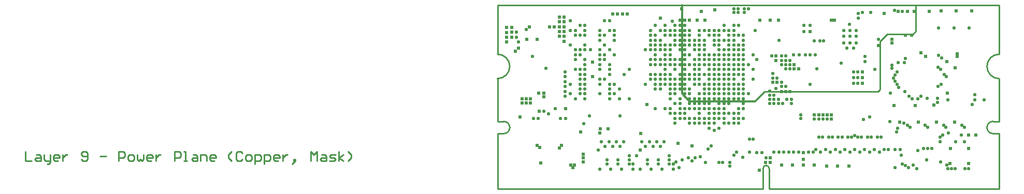
<source format=gbr>
G04 Layer_Physical_Order=9*
G04 Layer_Color=8421376*
%FSLAX24Y24*%
%MOIN*%
%TF.FileFunction,Copper,L9,Inr,Plane*%
%TF.Part,Single*%
G01*
G75*
%TA.AperFunction,NonConductor*%
%ADD53C,0.0100*%
%TA.AperFunction,ViaPad*%
%ADD61C,0.0240*%
%ADD62C,0.0230*%
%ADD63C,0.0220*%
%TA.AperFunction,TestPad*%
%ADD64C,0.0220*%
%TA.AperFunction,NonConductor*%
%ADD68C,0.0120*%
D53*
X394Y3543D02*
G03*
X787Y3937I0J394D01*
G01*
D02*
G03*
X394Y4331I-394J0D01*
G01*
X0Y7087D02*
G03*
X787Y7874I0J787D01*
G01*
D02*
G03*
X0Y8661I-787J0D01*
G01*
X32283D02*
G03*
X31496Y7874I0J-787D01*
G01*
D02*
G03*
X32283Y7087I787J0D01*
G01*
X31890Y4331D02*
G03*
X31496Y3937I0J-394D01*
G01*
D02*
G03*
X31890Y3543I394J0D01*
G01*
X17480Y1299D02*
G03*
X17283Y1496I-197J0D01*
G01*
X17283D02*
G03*
X17087Y1299I0J-197D01*
G01*
X-0Y-0D02*
X0Y0D01*
X17087D01*
Y1299D01*
X17283Y1496D02*
X17283D01*
X17480Y0D02*
Y1299D01*
Y0D02*
X32283D01*
Y3150D01*
Y3543D01*
X31890D02*
X32283D01*
X31890Y4331D02*
X32283D01*
Y7087D01*
X32283Y8661D02*
X32283D01*
Y11811D01*
X0D02*
X32283D01*
X0Y8661D02*
Y11811D01*
Y8661D02*
X0D01*
X0Y4331D02*
Y7087D01*
Y4331D02*
X394D01*
X0Y3543D02*
X394D01*
X0Y-0D02*
Y3543D01*
X-0Y-0D02*
X0Y-0D01*
X16535Y5630D02*
X17165Y6260D01*
X23465D01*
X24843Y9724D02*
X25079Y9961D01*
X26732D01*
X26929Y10157D01*
Y11811D01*
X24488Y6260D02*
X24606Y6378D01*
Y9488D01*
X24843Y9724D01*
X23465Y6260D02*
X24488D01*
X-30400Y2400D02*
Y1800D01*
X-30000D01*
X-29700Y2200D02*
X-29500D01*
X-29400Y2100D01*
Y1800D01*
X-29700D01*
X-29800Y1900D01*
X-29700Y2000D01*
X-29400D01*
X-29200Y2200D02*
Y1900D01*
X-29100Y1800D01*
X-28801D01*
Y1700D01*
X-28900Y1600D01*
X-29000D01*
X-28801Y1800D02*
Y2200D01*
X-28301Y1800D02*
X-28501D01*
X-28601Y1900D01*
Y2100D01*
X-28501Y2200D01*
X-28301D01*
X-28201Y2100D01*
Y2000D01*
X-28601D01*
X-28001Y2200D02*
Y1800D01*
Y2000D01*
X-27901Y2100D01*
X-27801Y2200D01*
X-27701D01*
X-26801Y1900D02*
X-26701Y1800D01*
X-26501D01*
X-26401Y1900D01*
Y2300D01*
X-26501Y2400D01*
X-26701D01*
X-26801Y2300D01*
Y2200D01*
X-26701Y2100D01*
X-26401D01*
X-25602D02*
X-25202D01*
X-24402Y1800D02*
Y2400D01*
X-24102D01*
X-24002Y2300D01*
Y2100D01*
X-24102Y2000D01*
X-24402D01*
X-23702Y1800D02*
X-23502D01*
X-23402Y1900D01*
Y2100D01*
X-23502Y2200D01*
X-23702D01*
X-23802Y2100D01*
Y1900D01*
X-23702Y1800D01*
X-23202Y2200D02*
Y1900D01*
X-23102Y1800D01*
X-23002Y1900D01*
X-22902Y1800D01*
X-22802Y1900D01*
Y2200D01*
X-22303Y1800D02*
X-22503D01*
X-22603Y1900D01*
Y2100D01*
X-22503Y2200D01*
X-22303D01*
X-22203Y2100D01*
Y2000D01*
X-22603D01*
X-22003Y2200D02*
Y1800D01*
Y2000D01*
X-21903Y2100D01*
X-21803Y2200D01*
X-21703D01*
X-20803Y1800D02*
Y2400D01*
X-20503D01*
X-20403Y2300D01*
Y2100D01*
X-20503Y2000D01*
X-20803D01*
X-20203Y1800D02*
X-20003D01*
X-20103D01*
Y2400D01*
X-20203D01*
X-19603Y2200D02*
X-19404D01*
X-19304Y2100D01*
Y1800D01*
X-19603D01*
X-19703Y1900D01*
X-19603Y2000D01*
X-19304D01*
X-19104Y1800D02*
Y2200D01*
X-18804D01*
X-18704Y2100D01*
Y1800D01*
X-18204D02*
X-18404D01*
X-18504Y1900D01*
Y2100D01*
X-18404Y2200D01*
X-18204D01*
X-18104Y2100D01*
Y2000D01*
X-18504D01*
X-17104Y1800D02*
X-17304Y2000D01*
Y2200D01*
X-17104Y2400D01*
X-16405Y2300D02*
X-16504Y2400D01*
X-16704D01*
X-16804Y2300D01*
Y1900D01*
X-16704Y1800D01*
X-16504D01*
X-16405Y1900D01*
X-16105Y1800D02*
X-15905D01*
X-15805Y1900D01*
Y2100D01*
X-15905Y2200D01*
X-16105D01*
X-16205Y2100D01*
Y1900D01*
X-16105Y1800D01*
X-15605Y1600D02*
Y2200D01*
X-15305D01*
X-15205Y2100D01*
Y1900D01*
X-15305Y1800D01*
X-15605D01*
X-15005Y1600D02*
Y2200D01*
X-14705D01*
X-14605Y2100D01*
Y1900D01*
X-14705Y1800D01*
X-15005D01*
X-14105D02*
X-14305D01*
X-14405Y1900D01*
Y2100D01*
X-14305Y2200D01*
X-14105D01*
X-14005Y2100D01*
Y2000D01*
X-14405D01*
X-13805Y2200D02*
Y1800D01*
Y2000D01*
X-13705Y2100D01*
X-13605Y2200D01*
X-13505D01*
X-13106Y1700D02*
X-13006Y1800D01*
Y1900D01*
X-13106D01*
Y1800D01*
X-13006D01*
X-13106Y1700D01*
X-13206Y1600D01*
X-12006Y1800D02*
Y2400D01*
X-11806Y2200D01*
X-11606Y2400D01*
Y1800D01*
X-11306Y2200D02*
X-11106D01*
X-11006Y2100D01*
Y1800D01*
X-11306D01*
X-11406Y1900D01*
X-11306Y2000D01*
X-11006D01*
X-10806Y1800D02*
X-10506D01*
X-10406Y1900D01*
X-10506Y2000D01*
X-10706D01*
X-10806Y2100D01*
X-10706Y2200D01*
X-10406D01*
X-10207Y1800D02*
Y2400D01*
Y2000D02*
X-9907Y2200D01*
X-10207Y2000D02*
X-9907Y1800D01*
X-9607D02*
X-9407Y2000D01*
Y2200D01*
X-9607Y2400D01*
D61*
X19685Y1535D02*
D03*
X16850Y1181D02*
D03*
X24882Y11299D02*
D03*
X11850Y11575D02*
D03*
X29587Y8701D02*
D03*
X19685Y2323D02*
D03*
X2126Y5512D02*
D03*
Y5787D02*
D03*
X1575D02*
D03*
Y5512D02*
D03*
X1850D02*
D03*
X18819Y6260D02*
D03*
X18543D02*
D03*
X18268D02*
D03*
X17717Y6850D02*
D03*
X17992D02*
D03*
X17913Y8268D02*
D03*
Y8543D02*
D03*
X23465Y7165D02*
D03*
Y6772D02*
D03*
Y7520D02*
D03*
X16890Y10866D02*
D03*
X591Y9449D02*
D03*
Y9764D02*
D03*
Y10065D02*
D03*
Y10394D02*
D03*
X2047Y10433D02*
D03*
X4291Y9488D02*
D03*
X3976Y11063D02*
D03*
X21496Y4488D02*
D03*
Y4764D02*
D03*
X21220D02*
D03*
X25886Y4291D02*
D03*
X20394Y1535D02*
D03*
X18976D02*
D03*
X18268D02*
D03*
X19685Y1890D02*
D03*
X17559Y1969D02*
D03*
Y1693D02*
D03*
X17244D02*
D03*
X25512Y5354D02*
D03*
X25787Y11417D02*
D03*
X26378D02*
D03*
X25394Y9606D02*
D03*
Y9370D02*
D03*
X29449Y7795D02*
D03*
X13110Y11417D02*
D03*
X6575Y3589D02*
D03*
X9213Y3543D02*
D03*
X9173Y2480D02*
D03*
X12520Y2756D02*
D03*
X11614Y2913D02*
D03*
X20118Y10118D02*
D03*
X6614Y3858D02*
D03*
X7126D02*
D03*
X2795Y1654D02*
D03*
X1850Y5787D02*
D03*
X2638Y6142D02*
D03*
X9606Y5433D02*
D03*
X6102Y7205D02*
D03*
X4843Y1339D02*
D03*
X4961Y1535D02*
D03*
X4724D02*
D03*
X5512Y1732D02*
D03*
Y1969D02*
D03*
Y2205D02*
D03*
X2717Y2638D02*
D03*
X2559Y2795D02*
D03*
X4118Y2772D02*
D03*
X3971Y2632D02*
D03*
X2992Y6142D02*
D03*
Y5906D02*
D03*
X6102Y8150D02*
D03*
X5354Y3661D02*
D03*
X2677Y5000D02*
D03*
X1457Y4606D02*
D03*
X4370Y5157D02*
D03*
X1339Y9055D02*
D03*
X2559Y9606D02*
D03*
X906Y10394D02*
D03*
Y10079D02*
D03*
Y9764D02*
D03*
X1890Y9606D02*
D03*
X1142Y8858D02*
D03*
X3346Y10433D02*
D03*
X3661D02*
D03*
X3976D02*
D03*
Y10748D02*
D03*
Y10118D02*
D03*
X12047Y10866D02*
D03*
X12362D02*
D03*
X11732D02*
D03*
X12835D02*
D03*
X13982Y11530D02*
D03*
X27559Y8504D02*
D03*
X27244Y8740D02*
D03*
X26654Y9882D02*
D03*
X26260D02*
D03*
X28898Y8189D02*
D03*
X29587Y8504D02*
D03*
X27067Y4291D02*
D03*
X28248D02*
D03*
X29429D02*
D03*
X28937Y6142D02*
D03*
X26870Y5354D02*
D03*
X28071Y5394D02*
D03*
X24528Y9213D02*
D03*
X28543Y11457D02*
D03*
X29528D02*
D03*
X30512D02*
D03*
X27795Y11417D02*
D03*
X17559Y10866D02*
D03*
X18071D02*
D03*
X26811Y11417D02*
D03*
X30315Y3465D02*
D03*
X30787D02*
D03*
X30325Y1614D02*
D03*
X29134Y2598D02*
D03*
X30315D02*
D03*
X29124Y1614D02*
D03*
X21890Y1457D02*
D03*
X22598D02*
D03*
X21181D02*
D03*
X20945Y4764D02*
D03*
X20669D02*
D03*
X20394D02*
D03*
X8346Y11260D02*
D03*
X8031D02*
D03*
X7717D02*
D03*
X7402D02*
D03*
X3976Y9803D02*
D03*
X4291D02*
D03*
Y10118D02*
D03*
Y10433D02*
D03*
Y10748D02*
D03*
Y11063D02*
D03*
X21693Y10866D02*
D03*
X21496D02*
D03*
X13346D02*
D03*
X10472Y10984D02*
D03*
X19094Y7992D02*
D03*
Y7717D02*
D03*
X19370D02*
D03*
D62*
X16142Y11575D02*
D03*
X15197D02*
D03*
X15472D02*
D03*
Y11339D02*
D03*
X15197D02*
D03*
X15866Y11575D02*
D03*
Y11339D02*
D03*
X25551Y11496D02*
D03*
X22283Y9370D02*
D03*
Y10197D02*
D03*
Y9803D02*
D03*
X22677D02*
D03*
X23071D02*
D03*
Y9370D02*
D03*
X22677D02*
D03*
X23071Y10197D02*
D03*
X22677D02*
D03*
X21220Y4488D02*
D03*
X20945D02*
D03*
X20669D02*
D03*
X20394D02*
D03*
X11417Y6102D02*
D03*
X11102Y8628D02*
D03*
X18543Y6575D02*
D03*
X17717Y7402D02*
D03*
X17992Y7126D02*
D03*
X17717D02*
D03*
X18268Y6850D02*
D03*
Y6575D02*
D03*
X17638Y8543D02*
D03*
X17913Y6457D02*
D03*
X18898Y5472D02*
D03*
Y5748D02*
D03*
X18622D02*
D03*
X18346Y5472D02*
D03*
X18071Y5748D02*
D03*
Y5472D02*
D03*
X17795D02*
D03*
Y5748D02*
D03*
Y6024D02*
D03*
X17520Y5472D02*
D03*
Y5748D02*
D03*
Y6024D02*
D03*
Y6299D02*
D03*
X23189Y6772D02*
D03*
X22913D02*
D03*
Y7520D02*
D03*
X23189D02*
D03*
Y7165D02*
D03*
X22913D02*
D03*
X1220Y9764D02*
D03*
Y10079D02*
D03*
X1850Y10236D02*
D03*
X15512Y7362D02*
D03*
X14567Y6102D02*
D03*
X14882D02*
D03*
X12992D02*
D03*
X3110Y7756D02*
D03*
X5984Y8937D02*
D03*
X5000Y5787D02*
D03*
X5630Y6417D02*
D03*
X6575Y7677D02*
D03*
X5630Y6732D02*
D03*
X6575D02*
D03*
Y7047D02*
D03*
X6890Y7047D02*
D03*
X5630Y7677D02*
D03*
X7205Y5787D02*
D03*
Y6102D02*
D03*
X5315Y7677D02*
D03*
X7205Y7362D02*
D03*
X10472D02*
D03*
X6575Y7992D02*
D03*
Y8307D02*
D03*
X10472Y6417D02*
D03*
X11417Y9567D02*
D03*
Y9882D02*
D03*
X12047Y7362D02*
D03*
X11732D02*
D03*
X12992Y5787D02*
D03*
Y5472D02*
D03*
X12362Y5787D02*
D03*
X14567Y7047D02*
D03*
X13937Y6102D02*
D03*
Y6732D02*
D03*
X13622Y6417D02*
D03*
X13937Y7362D02*
D03*
X13622Y7677D02*
D03*
X10472Y9567D02*
D03*
Y10197D02*
D03*
X12677Y4528D02*
D03*
X13307Y5157D02*
D03*
X13937D02*
D03*
X14882Y4843D02*
D03*
X15512Y5787D02*
D03*
X15827Y7362D02*
D03*
X15197Y7992D02*
D03*
X15827Y4528D02*
D03*
Y9567D02*
D03*
X14252Y8307D02*
D03*
X13622D02*
D03*
X13307Y8622D02*
D03*
X12047Y7677D02*
D03*
X12362Y8622D02*
D03*
X12992Y8307D02*
D03*
X11732D02*
D03*
Y7047D02*
D03*
X12047Y9252D02*
D03*
Y9567D02*
D03*
X11732Y10197D02*
D03*
X14567Y7362D02*
D03*
X12992Y6732D02*
D03*
X13937Y6417D02*
D03*
X13622Y6102D02*
D03*
Y6732D02*
D03*
Y7047D02*
D03*
Y7362D02*
D03*
X13937Y7677D02*
D03*
X15512Y7992D02*
D03*
X15827Y9252D02*
D03*
X14882D02*
D03*
X14252Y9882D02*
D03*
X13937Y8307D02*
D03*
X13622Y8622D02*
D03*
X13307Y8937D02*
D03*
X12047Y8622D02*
D03*
X12992D02*
D03*
X12677Y8307D02*
D03*
X12362Y9567D02*
D03*
Y9252D02*
D03*
X12047Y10197D02*
D03*
X12677Y6732D02*
D03*
X12047D02*
D03*
Y4843D02*
D03*
X11732Y5472D02*
D03*
X12362Y7362D02*
D03*
X11732Y6732D02*
D03*
X11102Y7992D02*
D03*
X11732Y7992D02*
D03*
X12047D02*
D03*
X12362Y6102D02*
D03*
X12047D02*
D03*
X5000Y8307D02*
D03*
X4685Y10827D02*
D03*
Y10197D02*
D03*
X5000D02*
D03*
X4685Y9252D02*
D03*
X5000Y8622D02*
D03*
X4685Y6732D02*
D03*
Y6102D02*
D03*
X7205Y10827D02*
D03*
X7520Y10197D02*
D03*
Y9882D02*
D03*
Y9567D02*
D03*
X6890Y8622D02*
D03*
X7205Y7992D02*
D03*
X7520Y6732D02*
D03*
Y6102D02*
D03*
X7205Y7677D02*
D03*
X5630Y7362D02*
D03*
Y5787D02*
D03*
Y7992D02*
D03*
X7205Y6732D02*
D03*
Y6417D02*
D03*
X5630Y6102D02*
D03*
X6575D02*
D03*
X5630Y7047D02*
D03*
X11102Y8307D02*
D03*
X10157Y8622D02*
D03*
X10787Y9882D02*
D03*
X2244Y8504D02*
D03*
X12677Y7992D02*
D03*
X13307Y8307D02*
D03*
Y9252D02*
D03*
X25394Y7953D02*
D03*
Y7756D02*
D03*
X25984Y2165D02*
D03*
X13307Y6102D02*
D03*
X18268Y8543D02*
D03*
X18543D02*
D03*
X18268Y8268D02*
D03*
X18543D02*
D03*
X18819D02*
D03*
Y7992D02*
D03*
X18543D02*
D03*
X18268D02*
D03*
X18543Y7717D02*
D03*
X18819D02*
D03*
D63*
X24528Y9606D02*
D03*
X16220Y3189D02*
D03*
X16457D02*
D03*
X20000Y2362D02*
D03*
X18425D02*
D03*
X19055D02*
D03*
X16693Y2323D02*
D03*
X19370Y2362D02*
D03*
X18740D02*
D03*
X18110D02*
D03*
X17795D02*
D03*
X17008Y2323D02*
D03*
X16220Y2362D02*
D03*
X14961Y1693D02*
D03*
Y1457D02*
D03*
X25591Y2520D02*
D03*
X25906D02*
D03*
X25157D02*
D03*
X24882D02*
D03*
X24252D02*
D03*
X23622D02*
D03*
X22992D02*
D03*
X22362D02*
D03*
X21732D02*
D03*
X21102D02*
D03*
X20472D02*
D03*
X27953Y2598D02*
D03*
X27402D02*
D03*
X27677D02*
D03*
X26378Y4094D02*
D03*
X26142Y4213D02*
D03*
X23819Y3307D02*
D03*
X23307Y2362D02*
D03*
X23425Y3307D02*
D03*
X22992Y3425D02*
D03*
X20669Y3307D02*
D03*
X21299D02*
D03*
X20906D02*
D03*
X21929D02*
D03*
X21535D02*
D03*
X22559D02*
D03*
X22165D02*
D03*
X23189D02*
D03*
X22795D02*
D03*
X24449D02*
D03*
X24055D02*
D03*
X24685D02*
D03*
X20787Y2362D02*
D03*
X13032Y2047D02*
D03*
X12717Y1969D02*
D03*
X12520Y1772D02*
D03*
X9843Y9882D02*
D03*
X11732Y5787D02*
D03*
X19528Y4764D02*
D03*
Y4528D02*
D03*
X11102Y9252D02*
D03*
X22480Y9055D02*
D03*
X22913D02*
D03*
X22126Y8071D02*
D03*
X23228Y10984D02*
D03*
Y11299D02*
D03*
X22638Y10591D02*
D03*
X24016Y11339D02*
D03*
X26063Y11417D02*
D03*
X19409Y8622D02*
D03*
X19803D02*
D03*
X20118D02*
D03*
X20433D02*
D03*
X19055D02*
D03*
X17283Y1969D02*
D03*
X25669Y3661D02*
D03*
X28661Y3465D02*
D03*
X16457Y8622D02*
D03*
X15512Y8937D02*
D03*
X15827D02*
D03*
X14567Y8307D02*
D03*
X14882Y7992D02*
D03*
X15197Y2165D02*
D03*
X15787Y2008D02*
D03*
X24567Y2362D02*
D03*
X14567Y7992D02*
D03*
X14882Y8307D02*
D03*
Y7677D02*
D03*
X15197Y8307D02*
D03*
X15512D02*
D03*
X15827D02*
D03*
X15197Y7677D02*
D03*
X23937Y2362D02*
D03*
X16457Y7677D02*
D03*
X16142Y7992D02*
D03*
X16457Y7047D02*
D03*
X14252Y7992D02*
D03*
X15827Y7677D02*
D03*
Y7992D02*
D03*
X15512Y7677D02*
D03*
X13937Y8622D02*
D03*
X14567Y7677D02*
D03*
X15197Y7362D02*
D03*
X13937Y7992D02*
D03*
X14252Y7677D02*
D03*
X22047Y2362D02*
D03*
X15827Y7047D02*
D03*
X14882Y7362D02*
D03*
Y7047D02*
D03*
X27047Y2441D02*
D03*
X15827Y8622D02*
D03*
X14882D02*
D03*
X15197D02*
D03*
X14567D02*
D03*
X15197Y9252D02*
D03*
X15512D02*
D03*
Y8622D02*
D03*
X26457Y1339D02*
D03*
X26732Y1535D02*
D03*
X26969Y1299D02*
D03*
X27598Y1850D02*
D03*
X27520Y4094D02*
D03*
X28465Y3031D02*
D03*
Y3307D02*
D03*
X28504Y1732D02*
D03*
X31299Y5709D02*
D03*
X30709Y6063D02*
D03*
Y5709D02*
D03*
X11732Y9567D02*
D03*
X12047Y8937D02*
D03*
X12677Y9567D02*
D03*
Y9252D02*
D03*
X29843Y3465D02*
D03*
X30039Y3937D02*
D03*
X29488Y3031D02*
D03*
X29882Y4094D02*
D03*
X29016Y3583D02*
D03*
X13937Y9567D02*
D03*
Y10197D02*
D03*
X14252D02*
D03*
X14567Y10512D02*
D03*
X30039Y3031D02*
D03*
X20748Y9528D02*
D03*
X15197Y9882D02*
D03*
Y9567D02*
D03*
X14567Y10197D02*
D03*
X13622Y9882D02*
D03*
Y10197D02*
D03*
X14252Y9567D02*
D03*
X14882Y8937D02*
D03*
X15197D02*
D03*
X15827Y9882D02*
D03*
X18110Y9567D02*
D03*
X14882D02*
D03*
X20394Y9528D02*
D03*
X14567Y9567D02*
D03*
X13937Y9882D02*
D03*
X12047D02*
D03*
X13543Y2559D02*
D03*
X13740Y2756D02*
D03*
X14488Y1693D02*
D03*
X14252D02*
D03*
X13386D02*
D03*
X15827Y5157D02*
D03*
X15512D02*
D03*
X15827Y6102D02*
D03*
Y6417D02*
D03*
X15512Y6102D02*
D03*
X15197Y6417D02*
D03*
X14567Y5157D02*
D03*
X11693Y1339D02*
D03*
X11496Y1732D02*
D03*
X11890Y1850D02*
D03*
X15512Y4213D02*
D03*
X15197D02*
D03*
X15512Y4843D02*
D03*
Y4528D02*
D03*
X15197D02*
D03*
Y4843D02*
D03*
X14567Y4528D02*
D03*
Y4843D02*
D03*
X14882Y5787D02*
D03*
X14252Y4843D02*
D03*
Y4528D02*
D03*
X13937Y3740D02*
D03*
X13622Y5157D02*
D03*
Y3898D02*
D03*
Y4213D02*
D03*
X12992Y4843D02*
D03*
X12992Y5157D02*
D03*
X8937Y2126D02*
D03*
X12992Y4213D02*
D03*
X13307Y4528D02*
D03*
X12992D02*
D03*
X12362D02*
D03*
X12047D02*
D03*
X12677Y5472D02*
D03*
X11417Y4843D02*
D03*
Y4528D02*
D03*
X12362Y5157D02*
D03*
X7874Y2717D02*
D03*
X7402D02*
D03*
X6929D02*
D03*
X8110Y3031D02*
D03*
X7638D02*
D03*
X7165D02*
D03*
X6693D02*
D03*
X14252Y5472D02*
D03*
X13937Y5787D02*
D03*
Y4843D02*
D03*
X13622D02*
D03*
Y5472D02*
D03*
X16575Y10197D02*
D03*
X25276Y6142D02*
D03*
X14567Y8937D02*
D03*
X19724Y10118D02*
D03*
X20118Y10512D02*
D03*
X19724D02*
D03*
X14252Y6102D02*
D03*
X13622Y4528D02*
D03*
Y5787D02*
D03*
X13307D02*
D03*
X12677D02*
D03*
X8465Y2126D02*
D03*
X8701Y1575D02*
D03*
X11417Y5472D02*
D03*
X11102Y5157D02*
D03*
X9173Y1260D02*
D03*
X9882D02*
D03*
X9646Y1575D02*
D03*
Y1850D02*
D03*
X10354Y1575D02*
D03*
Y1850D02*
D03*
X10591Y1260D02*
D03*
X11063Y1850D02*
D03*
Y1575D02*
D03*
X11299Y1260D02*
D03*
X8701D02*
D03*
X8465Y1575D02*
D03*
Y1850D02*
D03*
X7992Y1260D02*
D03*
X7756Y1850D02*
D03*
Y1575D02*
D03*
X7047Y1850D02*
D03*
Y1575D02*
D03*
X7283Y1260D02*
D03*
X6575D02*
D03*
X10787Y5157D02*
D03*
X13307Y6417D02*
D03*
X15197Y10512D02*
D03*
X13307Y10197D02*
D03*
X10157Y5157D02*
D03*
X4331Y7520D02*
D03*
Y7205D02*
D03*
Y6890D02*
D03*
Y6575D02*
D03*
Y6260D02*
D03*
Y5945D02*
D03*
X11102Y10197D02*
D03*
X6575Y9567D02*
D03*
X5315Y6732D02*
D03*
X10787Y7362D02*
D03*
Y7047D02*
D03*
X10472D02*
D03*
X10157Y6417D02*
D03*
X10787Y7677D02*
D03*
X11102Y6732D02*
D03*
X8465Y7677D02*
D03*
X5315Y6102D02*
D03*
X10787Y7992D02*
D03*
X10157Y7362D02*
D03*
X9843Y7047D02*
D03*
X5315Y6417D02*
D03*
X11102Y7362D02*
D03*
X5315Y7047D02*
D03*
X11417Y6417D02*
D03*
X8465Y5787D02*
D03*
X11102D02*
D03*
X10157Y6732D02*
D03*
X13307Y5472D02*
D03*
X15512Y6732D02*
D03*
X12047Y8307D02*
D03*
X11732Y8937D02*
D03*
X12992D02*
D03*
X12362Y6417D02*
D03*
X12047D02*
D03*
X12677Y7362D02*
D03*
X11732Y6417D02*
D03*
X5000Y9882D02*
D03*
X7520Y8622D02*
D03*
X10472Y6732D02*
D03*
X11102Y7047D02*
D03*
X10157D02*
D03*
X10787Y9252D02*
D03*
X7835Y5787D02*
D03*
X11102Y6417D02*
D03*
X5315Y7362D02*
D03*
X5000Y7677D02*
D03*
X9528Y6732D02*
D03*
X11102Y6102D02*
D03*
X10787Y6732D02*
D03*
X8150Y7362D02*
D03*
X10787Y8307D02*
D03*
Y8937D02*
D03*
X11417Y8307D02*
D03*
Y7992D02*
D03*
Y7677D02*
D03*
X7205Y8937D02*
D03*
X10787Y8622D02*
D03*
X5315Y8937D02*
D03*
X5630D02*
D03*
X10157Y8307D02*
D03*
X10472D02*
D03*
Y7992D02*
D03*
X10157D02*
D03*
X5000Y8937D02*
D03*
X5630Y8307D02*
D03*
X9843Y7992D02*
D03*
Y8307D02*
D03*
X6575Y8622D02*
D03*
X5630Y9252D02*
D03*
X10157D02*
D03*
X5315Y8622D02*
D03*
X6890Y9252D02*
D03*
X9843Y8937D02*
D03*
X9528D02*
D03*
X6575D02*
D03*
X10157Y8937D02*
D03*
X10472Y8937D02*
D03*
X11102D02*
D03*
X6890Y8307D02*
D03*
X5630Y9882D02*
D03*
X9843Y10197D02*
D03*
X10157Y9882D02*
D03*
Y9567D02*
D03*
X10472Y9252D02*
D03*
X6890Y10827D02*
D03*
X10787Y10197D02*
D03*
X5630Y10512D02*
D03*
X10157D02*
D03*
X6575Y10197D02*
D03*
Y9882D02*
D03*
X6890D02*
D03*
X5630Y10197D02*
D03*
X9843Y9567D02*
D03*
X5315Y10512D02*
D03*
X10787D02*
D03*
X5315Y9882D02*
D03*
X9843Y9252D02*
D03*
X7205Y10197D02*
D03*
X7835Y6417D02*
D03*
X9843Y7362D02*
D03*
X4055Y4528D02*
D03*
X4370D02*
D03*
X2992Y5000D02*
D03*
X5551Y4173D02*
D03*
X12362Y5472D02*
D03*
X11732Y5157D02*
D03*
Y4843D02*
D03*
X12677Y5157D02*
D03*
X2598Y4528D02*
D03*
X3268Y4803D02*
D03*
X2323Y4528D02*
D03*
X12362Y4213D02*
D03*
X12677D02*
D03*
X11732Y4528D02*
D03*
X11417Y4213D02*
D03*
X11102Y4843D02*
D03*
X7874Y4685D02*
D03*
X12047Y5157D02*
D03*
X5906Y4685D02*
D03*
X3701Y5157D02*
D03*
X11732Y9252D02*
D03*
X11260Y10787D02*
D03*
X1339Y9449D02*
D03*
X12362Y10197D02*
D03*
X11417Y9252D02*
D03*
X11732Y9882D02*
D03*
X12047Y10512D02*
D03*
X11417D02*
D03*
X11732D02*
D03*
X15197Y10197D02*
D03*
X15512Y9882D02*
D03*
X12992Y9567D02*
D03*
X25709Y7520D02*
D03*
X25591Y7323D02*
D03*
X25709Y6732D02*
D03*
X25827Y6535D02*
D03*
X25591Y6929D02*
D03*
X26220Y6260D02*
D03*
X14252Y9252D02*
D03*
Y8937D02*
D03*
X27244Y5945D02*
D03*
X27047Y5787D02*
D03*
X26693D02*
D03*
X26496Y5945D02*
D03*
X13937Y9252D02*
D03*
X12362Y9882D02*
D03*
X11102D02*
D03*
X12992Y9252D02*
D03*
X14882Y10197D02*
D03*
X15512Y10512D02*
D03*
X25472Y7126D02*
D03*
X14882Y9882D02*
D03*
X9291Y3031D02*
D03*
X9764D02*
D03*
X10236D02*
D03*
X10709D02*
D03*
X9528Y2717D02*
D03*
X10000D02*
D03*
X13307Y4213D02*
D03*
X27675Y3939D02*
D03*
X28858Y3937D02*
D03*
X28701Y4094D02*
D03*
X28346Y6575D02*
D03*
X28543Y6732D02*
D03*
X28346Y7835D02*
D03*
X11063Y2126D02*
D03*
X11299Y1575D02*
D03*
X14252Y5787D02*
D03*
X14567Y5472D02*
D03*
X14882D02*
D03*
X13937Y4213D02*
D03*
Y4528D02*
D03*
X14252Y5157D02*
D03*
X14567Y4213D02*
D03*
X14882D02*
D03*
X10472Y2717D02*
D03*
X14252Y3898D02*
D03*
X26260Y8386D02*
D03*
X26181Y8110D02*
D03*
X25787D02*
D03*
X27638Y5827D02*
D03*
X28307Y5551D02*
D03*
Y5827D02*
D03*
X28976Y5709D02*
D03*
X11417Y10197D02*
D03*
X12992Y9882D02*
D03*
X13307Y9567D02*
D03*
X23661Y8504D02*
D03*
Y8189D02*
D03*
X30354Y10344D02*
D03*
X29370D02*
D03*
X28386D02*
D03*
Y8583D02*
D03*
X28583Y8425D02*
D03*
X28502Y7679D02*
D03*
X28740Y7362D02*
D03*
X28896Y7207D02*
D03*
X12992Y10197D02*
D03*
X30315Y1299D02*
D03*
X30079D02*
D03*
X12677Y8937D02*
D03*
X28898Y1535D02*
D03*
X29449Y1299D02*
D03*
X29213D02*
D03*
X28976D02*
D03*
X25591Y1339D02*
D03*
X26063Y1575D02*
D03*
X15827Y5472D02*
D03*
X15197Y5787D02*
D03*
Y6102D02*
D03*
X14567Y5787D02*
D03*
X15512Y6417D02*
D03*
X14252D02*
D03*
X14567D02*
D03*
X14882D02*
D03*
X15827Y5787D02*
D03*
X16142Y6102D02*
D03*
X14567Y6732D02*
D03*
X14882D02*
D03*
X20315Y2362D02*
D03*
X14252Y6732D02*
D03*
Y7047D02*
D03*
X15197Y6732D02*
D03*
Y7047D02*
D03*
X15827Y6732D02*
D03*
X13937Y7047D02*
D03*
X14252Y7362D02*
D03*
X21417Y2362D02*
D03*
X14252Y8622D02*
D03*
X26260Y1496D02*
D03*
X25748Y3898D02*
D03*
X16693Y8307D02*
D03*
X25236Y4331D02*
D03*
X20984Y9528D02*
D03*
X20118Y6732D02*
D03*
X20551Y7717D02*
D03*
X23937Y4606D02*
D03*
X13307Y6732D02*
D03*
X11417D02*
D03*
Y7047D02*
D03*
X6496Y2486D02*
D03*
X24281Y7677D02*
D03*
X12992Y7992D02*
D03*
X12677Y7677D02*
D03*
X13622Y7992D02*
D03*
X12992Y7677D02*
D03*
X13307Y7992D02*
D03*
Y7362D02*
D03*
X12992Y7047D02*
D03*
X12047D02*
D03*
X12362D02*
D03*
X12677D02*
D03*
X12992Y7362D02*
D03*
X12362Y7992D02*
D03*
X30551Y5433D02*
D03*
X12283Y1969D02*
D03*
X26534Y3939D02*
D03*
X22677Y2362D02*
D03*
X15394D02*
D03*
D64*
X23543Y4449D02*
D03*
X23465Y11339D02*
D03*
D68*
X12362Y5630D02*
X16535D01*
X11890Y6102D02*
Y11811D01*
Y6102D02*
X12362Y5630D01*
%TF.MD5,8b93e24ae6f28d55bc5b801edbfdce04*%
M02*

</source>
